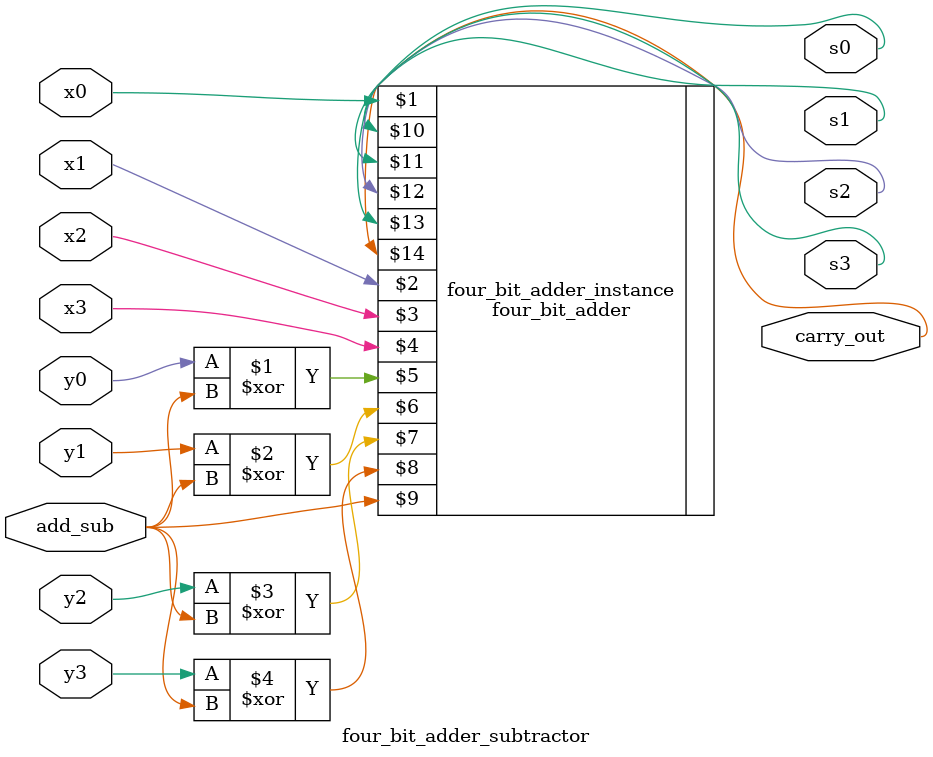
<source format=v>
`include "four_bit_adder.v"

module four_bit_adder_subtractor(x0, x1, x2, x3, y0, y1, y2, y3, add_sub, s0, s1, s2, s3, carry_out);
input x0, x1, x2, x3, y0, y1, y2, y3, add_sub;
output s0, s1, s2, s3, carry_out;

four_bit_adder four_bit_adder_instance(x0, x1, x2, x3, y0^add_sub, y1^add_sub, y2^add_sub, y3^add_sub, add_sub, s0, s1, s2, s3, carry_out);

endmodule

</source>
